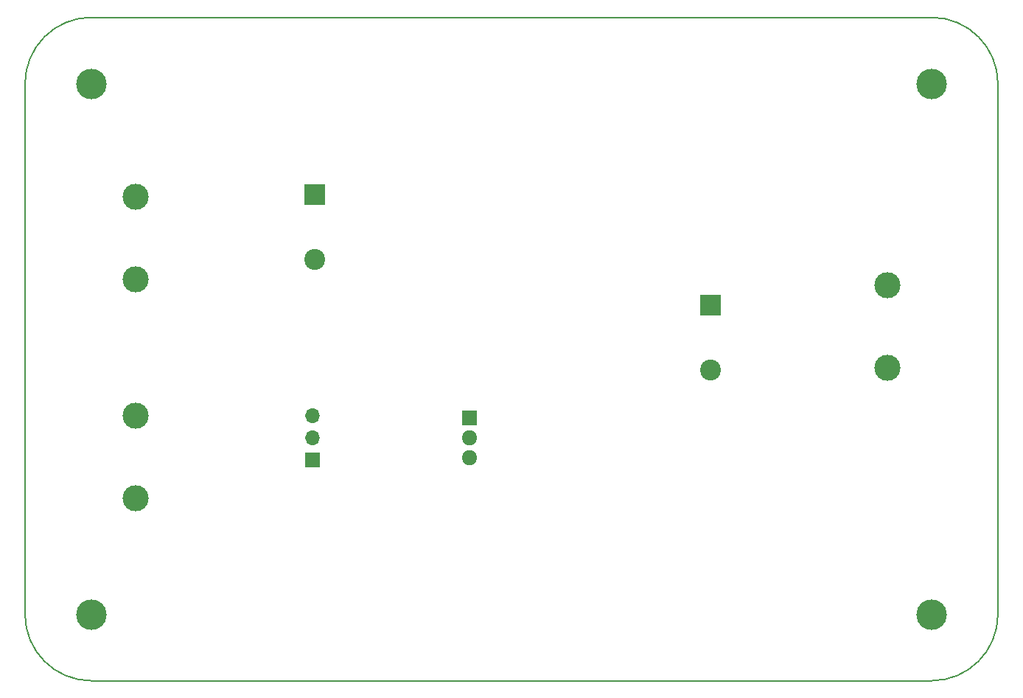
<source format=gbr>
%TF.GenerationSoftware,KiCad,Pcbnew,(6.0.4)*%
%TF.CreationDate,2022-04-30T16:21:15-04:00*%
%TF.ProjectId,dpp-architecture,6470702d-6172-4636-9869-746563747572,1.0*%
%TF.SameCoordinates,Original*%
%TF.FileFunction,Soldermask,Bot*%
%TF.FilePolarity,Negative*%
%FSLAX46Y46*%
G04 Gerber Fmt 4.6, Leading zero omitted, Abs format (unit mm)*
G04 Created by KiCad (PCBNEW (6.0.4)) date 2022-04-30 16:21:15*
%MOMM*%
%LPD*%
G01*
G04 APERTURE LIST*
%TA.AperFunction,Profile*%
%ADD10C,0.150000*%
%TD*%
%ADD11C,3.000000*%
%ADD12R,1.700000X1.700000*%
%ADD13O,1.700000X1.700000*%
%ADD14R,2.400000X2.400000*%
%ADD15C,2.400000*%
%ADD16C,3.500000*%
%ADD17R,1.800000X1.717500*%
%ADD18O,1.800000X1.717500*%
G04 APERTURE END LIST*
D10*
X205740000Y-58420000D02*
X109220000Y-58420000D01*
X205740000Y-134620000D02*
G75*
G03*
X213360000Y-127000000I0J7620000D01*
G01*
X109220000Y-58420000D02*
G75*
G03*
X101600000Y-66040000I0J-7620000D01*
G01*
X213360000Y-66040000D02*
G75*
G03*
X205740000Y-58420000I-7620000J0D01*
G01*
X101600000Y-127000000D02*
G75*
G03*
X109220000Y-134620000I7620000J0D01*
G01*
X101600000Y-66040000D02*
X101600000Y-127000000D01*
X109220000Y-134620000D02*
X205740000Y-134620000D01*
X213360000Y-66040000D02*
X213360000Y-127000000D01*
D11*
%TO.C,J1*%
X114300000Y-88520000D03*
X114300000Y-79020000D03*
%TD*%
%TO.C,J4*%
X200660000Y-98680000D03*
X200660000Y-89180000D03*
%TD*%
%TO.C,J2*%
X114300000Y-113640000D03*
X114300000Y-104140000D03*
%TD*%
D12*
%TO.C,J3*%
X134620000Y-109220000D03*
D13*
X134620000Y-106680000D03*
X134620000Y-104140000D03*
%TD*%
D14*
%TO.C,C1*%
X134900000Y-78740000D03*
D15*
X134900000Y-86240000D03*
%TD*%
D16*
%TO.C,H3*%
X205740000Y-127000000D03*
%TD*%
D17*
%TO.C,Q1*%
X152665000Y-104390000D03*
D18*
X152665000Y-106680000D03*
X152665000Y-108970000D03*
%TD*%
D14*
%TO.C,C4*%
X180340000Y-91440000D03*
D15*
X180340000Y-98940000D03*
%TD*%
D16*
%TO.C,H1*%
X109220000Y-66040000D03*
%TD*%
%TO.C,H4*%
X205740000Y-66040000D03*
%TD*%
%TO.C,H2*%
X109220000Y-127000000D03*
%TD*%
M02*

</source>
